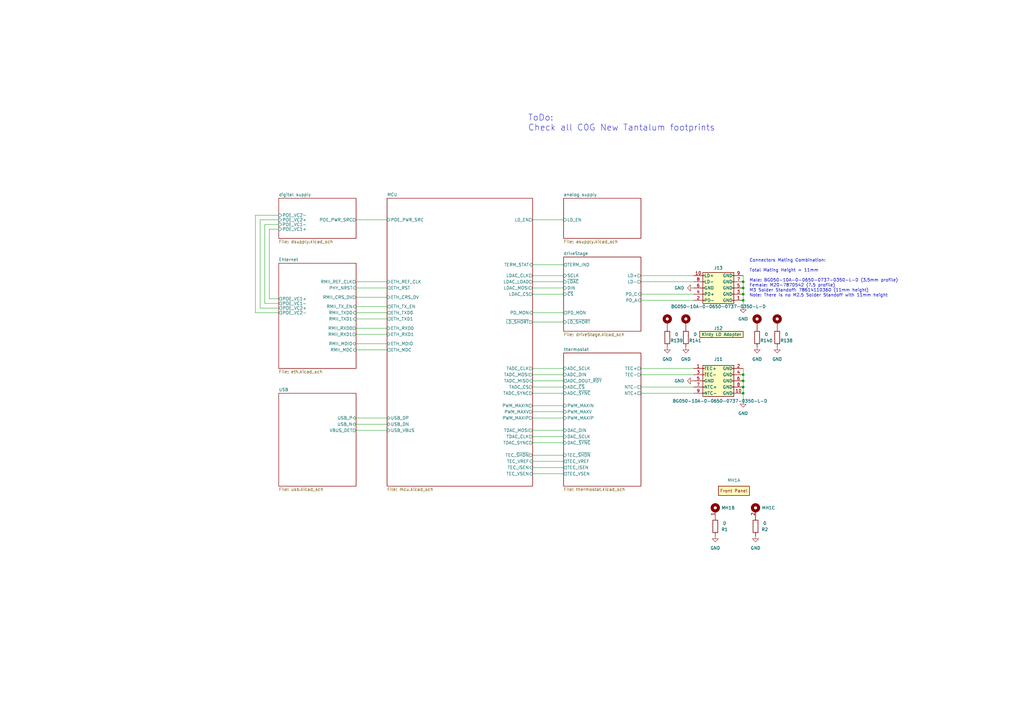
<source format=kicad_sch>
(kicad_sch (version 20230121) (generator eeschema)
  (paper "A3")
  (title_block (title "Kirdy") (date "2023-11-09") (rev "r0_3") (company "M-Labs Limited") (comment 1 "Linus Woo Chun Kit"))
  (lib_symbols
    (symbol "Device:R" (pin_numbers hide) (pin_names (offset 0))
      (property "Reference" "R" (at 2.032 0 90))
      (property "Value" "R" (at 0 0 90))
      (symbol "R_0_1"
        (rectangle (start -1.016 -2.54) (end 1.016 2.54) (stroke (width 0.254)))
      )
      (symbol "R_1_1"
        (pin passive line (at 0 3.81 270) (length 1.27) (name "~") (number "1"))
        (pin passive line (at 0 -3.81 90) (length 1.27) (name "~") (number "2"))
      )
    )
    (symbol "Mechanical:MountingHole_Pad" (pin_numbers hide) (pin_names (offset 1.016) hide)
      (property "Reference" "H" (at 0 6.35 0))
      (property "Value" "MountingHole_Pad" (at 0 4.445 0))
      (symbol "MountingHole_Pad_0_1"
        (circle (center 0 1.27) (radius 1.27) (stroke (width 1.27)))
      )
      (symbol "MountingHole_Pad_1_1"
        (pin input line (at 0 -2.54 90) (length 2.54) (name "1") (number "1"))
      )
    )
    (symbol "Panel_1"
      (property "Reference" "MH" (at 1.27 3.175 0))
      (symbol "Panel_1_1_1"
        (rectangle (start 0 0) (end 12.7 -3.81) (stroke (width 0.254)) (fill (type background)))
        (text "Front Panel" (at 6.35 -1.905 0) (effects (font (size 1.27 1.27))))
      )
      (symbol "Panel_1_2_1"
        (circle (center 0 0) (radius 1.27) (stroke (width 1.27)))
        (pin input line (at 3.81 0 180) (length 2.54) (name "") (number "1"))
      )
      (symbol "Panel_1_3_1"
        (circle (center 0 0) (radius 1.27) (stroke (width 1.27)))
        (pin input line (at 3.81 0 180) (length 2.54) (name "") (number "2"))
      )
    )
    (symbol "kirdy:Kirdy_Adapter_HDR1"
      (property "Reference" "J" (at 5.08 2.54 0))
      (property "Value" "BG050-10A-0-0650-0737-0350-L-D" (at 10.16 -12.7 0))
      (symbol "Kirdy_Adapter_HDR1_1_1"
        (rectangle (start 3.81 -10.033) (end 4.445 -10.287) (stroke (width 0.1524)))
        (rectangle (start 3.81 -7.493) (end 4.445 -7.747) (stroke (width 0.1524)))
        (rectangle (start 3.81 -4.953) (end 4.445 -5.207) (stroke (width 0.1524)))
        (rectangle (start 3.81 -2.413) (end 4.445 -2.667) (stroke (width 0.1524)))
        (rectangle (start 3.81 0.127) (end 4.445 -0.127) (stroke (width 0.1524)))
        (rectangle (start 3.81 1.27) (end 16.51 -11.43) (stroke (width 0.254)) (fill (type background)))
        (rectangle (start 15.875 -10.033) (end 16.51 -10.287) (stroke (width 0.1524)))
        (rectangle (start 15.875 -7.493) (end 16.51 -7.747) (stroke (width 0.1524)))
        (rectangle (start 15.875 -4.953) (end 16.51 -5.207) (stroke (width 0.1524)))
        (rectangle (start 15.875 -2.413) (end 16.51 -2.667) (stroke (width 0.1524)))
        (rectangle (start 15.875 0.127) (end 16.51 -0.127) (stroke (width 0.1524)))
        (pin passive line (at 0 0 0) (length 3.81) (name "TEC+") (number "1"))
        (pin passive line (at 20.32 -10.16 180) (length 3.81) (name "GND") (number "10"))
        (pin passive line (at 20.32 0 180) (length 3.81) (name "GND") (number "2"))
        (pin passive line (at 0 -2.54 0) (length 3.81) (name "TEC-") (number "3"))
        (pin passive line (at 20.32 -2.54 180) (length 3.81) (name "GND") (number "4"))
        (pin passive line (at 0 -5.08 0) (length 3.81) (name "GND") (number "5"))
        (pin passive line (at 20.32 -5.08 180) (length 3.81) (name "GND") (number "6"))
        (pin passive line (at 0 -7.62 0) (length 3.81) (name "NTC+") (number "7"))
        (pin passive line (at 20.32 -7.62 180) (length 3.81) (name "GND") (number "8"))
        (pin passive line (at 0 -10.16 0) (length 3.81) (name "NTC-") (number "9"))
      )
    )
    (symbol "kirdy:Kirdy_Adapter_HDR2"
      (property "Reference" "J" (at 5.08 2.54 0))
      (property "Value" "BG050-10A-0-0650-0737-0350-L-D" (at 10.16 -12.7 0))
      (symbol "Kirdy_Adapter_HDR2_1_1"
        (rectangle (start 3.81 -10.033) (end 4.445 -10.287) (stroke (width 0.1524)))
        (rectangle (start 3.81 -7.493) (end 4.445 -7.747) (stroke (width 0.1524)))
        (rectangle (start 3.81 -4.953) (end 4.445 -5.207) (stroke (width 0.1524)))
        (rectangle (start 3.81 -2.413) (end 4.445 -2.667) (stroke (width 0.1524)))
        (rectangle (start 3.81 0.127) (end 4.445 -0.127) (stroke (width 0.1524)))
        (rectangle (start 3.81 1.27) (end 16.51 -11.43) (stroke (width 0.254)) (fill (type background)))
        (rectangle (start 15.875 -10.033) (end 16.51 -10.287) (stroke (width 0.1524)))
        (rectangle (start 15.875 -7.493) (end 16.51 -7.747) (stroke (width 0.1524)))
        (rectangle (start 15.875 -4.953) (end 16.51 -5.207) (stroke (width 0.1524)))
        (rectangle (start 15.875 -2.413) (end 16.51 -2.667) (stroke (width 0.1524)))
        (rectangle (start 15.875 0.127) (end 16.51 -0.127) (stroke (width 0.1524)))
        (pin passive line (at 0 0 0) (length 3.81) (name "GND") (number "1"))
        (pin passive line (at 20.32 -10.16 180) (length 3.81) (name "LD+") (number "10"))
        (pin passive line (at 20.32 0 180) (length 3.81) (name "PD-") (number "2"))
        (pin passive line (at 0 -2.54 0) (length 3.81) (name "GND") (number "3"))
        (pin passive line (at 20.32 -2.54 180) (length 3.81) (name "PD+") (number "4"))
        (pin passive line (at 0 -5.08 0) (length 3.81) (name "GND") (number "5"))
        (pin passive line (at 20.32 -5.08 180) (length 3.81) (name "GND") (number "6"))
        (pin passive line (at 0 -7.62 0) (length 3.81) (name "GND") (number "7"))
        (pin passive line (at 20.32 -7.62 180) (length 3.81) (name "LD-") (number "8"))
        (pin passive line (at 0 -10.16 0) (length 3.81) (name "GND") (number "9"))
      )
    )
    (symbol "kirdy:Kirdy_LD_Adapter" (pin_names (offset 1.016) hide)
      (property "Reference" "J" (at -6.35 2.54 0))
      (property "Value" "Kirdy_LD_Adapter" (at 1.27 0 0))
      (symbol "Kirdy_LD_Adapter_1_1"
        (rectangle (start -7.62 1.27) (end 10.16 -1.27) (stroke (width 0.254)) (fill (type background)))
      )
    )
    (symbol "kirdy:Panel"
      (property "Reference" "MH" (at 1.27 3.175 0))
      (symbol "Panel_1_1"
        (rectangle (start 0 0) (end 12.7 -3.81) (stroke (width 0.254)) (fill (type background)))
        (text "Front Panel" (at 6.35 -1.905 0) (effects (font (size 1.27 1.27))))
      )
      (symbol "Panel_2_1"
        (circle (center 0 0) (radius 1.27) (stroke (width 1.27)))
        (pin input line (at 3.81 0 180) (length 2.54) (name "") (number "1"))
      )
      (symbol "Panel_3_1"
        (circle (center 0 0) (radius 1.27) (stroke (width 1.27)))
        (pin input line (at 3.81 0 180) (length 2.54) (name "") (number "2"))
      )
    )
    (symbol "power:GND" (power) (pin_names (offset 0))
      (property "Value" "GND" (at 0 -3.81 0))
      (symbol "GND_0_1"
        (polyline (pts (xy 0 0) (xy 0 -1.27) (xy 1.27 -1.27) (xy 0 -2.54) (xy -1.27 -1.27) (xy 0 -1.27)))
      )
      (symbol "GND_1_1"
        (pin power_in line (at 0 0 270) (length 0) hide (name "GND") (number "1"))
      )
    )
  )
  (junction (at 304.8 118.11))
  (junction (at 304.8 153.67))
  (junction (at 304.8 158.75))
  (junction (at 304.8 161.29))
  (junction (at 304.8 120.65))
  (junction (at 304.8 123.19))
  (junction (at 304.8 115.57))
  (junction (at 304.8 156.21))
  (wire (pts (xy 304.8 153.67) (xy 304.8 156.21)))
  (wire (pts (xy 146.05 176.53) (xy 158.75 176.53)))
  (wire (pts (xy 108.585 92.075) (xy 108.585 124.46)))
  (wire (pts (xy 218.44 168.91) (xy 231.14 168.91)))
  (wire (pts (xy 106.68 126.365) (xy 106.68 90.17)))
  (wire (pts (xy 218.44 176.53) (xy 231.14 176.53)))
  (wire (pts (xy 304.8 151.13) (xy 304.8 153.67)))
  (wire (pts (xy 146.05 125.73) (xy 158.75 125.73)))
  (wire (pts (xy 304.8 115.57) (xy 304.8 118.11)))
  (wire (pts (xy 262.89 123.19) (xy 284.48 123.19)))
  (wire (pts (xy 114.3 122.555) (xy 110.49 122.555)))
  (wire (pts (xy 218.44 151.13) (xy 231.14 151.13)))
  (wire (pts (xy 146.05 173.99) (xy 158.75 173.99)))
  (wire (pts (xy 218.44 161.29) (xy 231.14 161.29)))
  (wire (pts (xy 146.05 115.57) (xy 158.75 115.57)))
  (wire (pts (xy 218.44 90.17) (xy 231.14 90.17)))
  (wire (pts (xy 218.44 171.45) (xy 231.14 171.45)))
  (wire (pts (xy 146.05 140.97) (xy 158.75 140.97)))
  (wire (pts (xy 218.44 194.31) (xy 231.14 194.31)))
  (wire (pts (xy 218.44 166.37) (xy 231.14 166.37)))
  (wire (pts (xy 218.44 189.23) (xy 231.14 189.23)))
  (wire (pts (xy 218.44 179.07) (xy 231.14 179.07)))
  (wire (pts (xy 262.89 161.29) (xy 284.48 161.29)))
  (wire (pts (xy 146.05 121.92) (xy 158.75 121.92)))
  (wire (pts (xy 146.05 171.45) (xy 158.75 171.45)))
  (wire (pts (xy 304.8 120.65) (xy 304.8 123.19)))
  (wire (pts (xy 262.89 113.03) (xy 284.48 113.03)))
  (wire (pts (xy 146.05 90.17) (xy 158.75 90.17)))
  (wire (pts (xy 114.3 92.075) (xy 108.585 92.075)))
  (wire (pts (xy 110.49 93.98) (xy 114.3 93.98)))
  (wire (pts (xy 304.8 156.21) (xy 304.8 158.75)))
  (wire (pts (xy 106.68 90.17) (xy 114.3 90.17)))
  (wire (pts (xy 110.49 122.555) (xy 110.49 93.98)))
  (wire (pts (xy 304.8 158.75) (xy 304.8 161.29)))
  (wire (pts (xy 114.3 88.265) (xy 104.775 88.265)))
  (wire (pts (xy 304.8 123.19) (xy 304.8 125.73)))
  (wire (pts (xy 146.05 130.81) (xy 158.75 130.81)))
  (wire (pts (xy 218.44 115.57) (xy 231.14 115.57)))
  (wire (pts (xy 262.89 120.65) (xy 284.48 120.65)))
  (wire (pts (xy 146.05 118.11) (xy 158.75 118.11)))
  (wire (pts (xy 114.3 126.365) (xy 106.68 126.365)))
  (wire (pts (xy 146.05 128.27) (xy 158.75 128.27)))
  (wire (pts (xy 304.8 161.29) (xy 304.8 164.465)))
  (wire (pts (xy 262.89 158.75) (xy 284.48 158.75)))
  (wire (pts (xy 104.775 88.265) (xy 104.775 128.27)))
  (wire (pts (xy 218.44 132.08) (xy 231.14 132.08)))
  (wire (pts (xy 146.05 134.62) (xy 158.75 134.62)))
  (wire (pts (xy 218.44 118.11) (xy 231.14 118.11)))
  (wire (pts (xy 304.8 113.03) (xy 304.8 115.57)))
  (wire (pts (xy 218.44 156.21) (xy 231.14 156.21)))
  (wire (pts (xy 304.8 118.11) (xy 304.8 120.65)))
  (wire (pts (xy 218.44 128.27) (xy 231.14 128.27)))
  (wire (pts (xy 218.44 186.69) (xy 231.14 186.69)))
  (wire (pts (xy 218.44 153.67) (xy 231.14 153.67)))
  (wire (pts (xy 218.44 108.585) (xy 231.14 108.585)))
  (wire (pts (xy 218.44 181.61) (xy 231.14 181.61)))
  (wire (pts (xy 218.44 158.75) (xy 231.14 158.75)))
  (wire (pts (xy 218.44 120.65) (xy 231.14 120.65)))
  (wire (pts (xy 262.89 151.13) (xy 284.48 151.13)))
  (wire (pts (xy 262.89 153.67) (xy 284.48 153.67)))
  (wire (pts (xy 108.585 124.46) (xy 114.3 124.46)))
  (wire (pts (xy 146.05 143.51) (xy 158.75 143.51)))
  (wire (pts (xy 262.89 115.57) (xy 284.48 115.57)))
  (wire (pts (xy 104.775 128.27) (xy 114.3 128.27)))
  (wire (pts (xy 218.44 191.77) (xy 231.14 191.77)))
  (wire (pts (xy 218.44 113.03) (xy 231.14 113.03)))
  (wire (pts (xy 146.05 137.16) (xy 158.75 137.16)))
  (text "ToDo:\nCheck all C0G New Tantalum footprints" (at 216.535 53.975 0) (effects (font (size 2.54 2.54)) (justify left bottom)))
  (text "Connectors Mating Combination:\n\nTotal Mating Height = 11mm\n\nMale: BG050-10A-0-0650-0737-0350-L-D (3.5mm profile) \nFemale: M20-7870542 (7.5 profile) \nM3 Solder Standoff: 78614110360 (11mm height)\nNote: There is no M2.5 Solder Standoff with 11mm height" (at 307.34 121.92 0) (effects (font (size 1.27 1.27)) (justify left bottom)))
  (symbol (lib_id "power:GND") (at 309.88 219.71 0) (unit 1)
    (property "Reference" "#PWR06" (effects hide))
    (property "Value" "GND" (at 309.88 224.79 0))
  )
  (symbol (lib_id "Device:R") (at 281.305 138.43 180) (unit 1)
    (property "Reference" "R141" (at 285.115 139.7 0))
    (property "Value" "0" (at 285.115 137.16 0))
    (property "Footprint" "Resistor_SMD:R_0603_1608Metric" (effects hide))
    (property "MFR_PN" "RMCF0603ZT0R00" (effects hide))
    (property "MFR_PN_ALT" "CR0603-J/-000ELF" (effects hide))
  )
  (symbol (lib_id "Device:R") (at 293.37 215.9 180) (unit 1)
    (property "Reference" "R1" (at 297.18 217.17 0))
    (property "Value" "0" (at 297.18 214.63 0))
    (property "Footprint" "Resistor_SMD:R_0603_1608Metric" (effects hide))
    (property "MFR_PN" "RMCF0603ZT0R00" (effects hide))
    (property "MFR_PN_ALT" "CR0603-J/-000ELF" (effects hide))
  )
  (symbol (lib_id "kirdy:Kirdy_LD_Adapter") (at 294.64 137.16 0) (unit 1)
    (property "Reference" "J12" (at 294.64 134.62 0))
    (property "Value" "Kirdy LD Adapter" (at 295.91 137.16 0))
    (property "Footprint" "kirdy:Kirdy_LD_Adapter" (effects hide))
    (property "MFR_PN" "Kirdy_LD_Adapter_PCB" (effects hide))
  )
  (symbol (lib_id "kirdy:Panel") (at 309.88 208.28 270) (unit 3)
    (property "Reference" "MH1" (at 312.42 208.28 90) (effects (justify left)))
    (property "Value" "Kirdy Front Panel" (effects hide))
    (property "Footprint" "kirdy:Panel" (effects hide))
    (property "MFR_PN" "Kirdy Front Panel" (effects hide))
  )
  (symbol (lib_id "kirdy:Kirdy_Adapter_HDR2") (at 304.8 123.19 180) (unit 1)
    (property "Reference" "J13" (at 294.64 109.855 0))
    (property "Value" "BG050-10A-0-0650-0737-0350-L-D" (at 294.64 125.73 0))
    (property "Footprint" "kirdy:BG050-10A-0-0650-0737-0350-L-D" (effects hide))
    (property "MFR_PN" "BG050-10A-0-0650-0737-0350-L-D" (effects hide))
  )
  (symbol (lib_name "Panel_1") (lib_id "kirdy:Panel") (at 294.64 199.39 0) (unit 1)
    (property "Reference" "MH1" (at 300.99 196.977 0))
    (property "Value" "Kirdy Front Panel" (effects hide))
    (property "Footprint" "kirdy:Panel" (effects hide))
    (property "MFR_PN" "Kirdy Front Panel" (effects hide))
  )
  (symbol (lib_id "power:GND") (at 304.8 125.73 0) (unit 1)
    (property "Reference" "#PWR05" (effects hide))
    (property "Value" "GND" (at 304.8 130.81 0))
  )
  (symbol (lib_id "Mechanical:MountingHole_Pad") (at 310.515 132.08 0) (unit 1)
    (property "Reference" "H4" (effects hide))
    (property "Value" "78614110360" (effects hide))
    (property "Footprint" "Mounting_Wuerth:Mounting_Wuerth_WA-SMSI-M3_H11mm_9774110360" (effects hide))
    (property "MFR_PN" "78614110360" (effects hide))
    (property "MFT_PN_ALT" "9774110360R" (effects hide))
  )
  (symbol (lib_id "power:GND") (at 284.48 118.11 270) (unit 1)
    (property "Reference" "#PWR04" (effects hide))
    (property "Value" "GND" (at 280.67 118.11 90) (effects (justify right)))
  )
  (symbol (lib_id "Mechanical:MountingHole_Pad") (at 273.685 132.08 0) (unit 1)
    (property "Reference" "H1" (effects hide))
    (property "Value" "78614110360" (effects hide))
    (property "Footprint" "Mounting_Wuerth:Mounting_Wuerth_WA-SMSI-M3_H11mm_9774110360" (effects hide))
    (property "Datasheet" "~" (at 273.685 132.08 0))
    (property "MFR_PN" "78614110360" (effects hide))
    (property "MFR_PN_ALT" "9774110360R" (effects hide))
  )
  (symbol (lib_id "Device:R") (at 310.515 138.43 180) (unit 1)
    (property "Reference" "R140" (at 314.325 139.7 0))
    (property "Value" "0" (at 314.325 137.16 0))
    (property "Footprint" "Resistor_SMD:R_0603_1608Metric" (effects hide))
    (property "MFR_PN" "RMCF0603ZT0R00" (effects hide))
    (property "MFR_PN_ALT" "CR0603-J/-000ELF" (effects hide))
  )
  (symbol (lib_id "power:GND") (at 281.305 142.24 0) (unit 1)
    (property "Reference" "#PWR0229" (effects hide))
    (property "Value" "GND" (at 281.305 147.32 0))
  )
  (symbol (lib_id "power:GND") (at 273.685 142.24 0) (unit 1)
    (property "Reference" "#PWR0227" (effects hide))
    (property "Value" "GND" (at 273.685 147.32 0))
  )
  (symbol (lib_id "Mechanical:MountingHole_Pad") (at 318.77 132.08 0) (unit 1)
    (property "Reference" "H2" (effects hide))
    (property "Value" "78614110360" (effects hide))
    (property "Footprint" "Mounting_Wuerth:Mounting_Wuerth_WA-SMSI-M3_H11mm_9774110360" (effects hide))
    (property "MFR_PN" "78614110360" (effects hide))
    (property "MFR_PN_ALT" "9774110360R" (effects hide))
  )
  (symbol (lib_id "Mechanical:MountingHole_Pad") (at 281.305 132.08 0) (unit 1)
    (property "Reference" "H3" (effects hide))
    (property "Value" "78614110360" (effects hide))
    (property "Footprint" "Mounting_Wuerth:Mounting_Wuerth_WA-SMSI-M3_H11mm_9774110360" (effects hide))
    (property "MFR_PN" "78614110360" (effects hide))
    (property "MFR_PN_ALT" "9774110360R" (effects hide))
  )
  (symbol (lib_id "power:GND") (at 318.77 142.24 0) (unit 1)
    (property "Reference" "#PWR0226" (effects hide))
    (property "Value" "GND" (at 318.77 147.32 0))
  )
  (symbol (lib_id "Device:R") (at 318.77 138.43 180) (unit 1)
    (property "Reference" "R138" (at 322.58 139.7 0))
    (property "Value" "0" (at 322.58 137.16 0))
    (property "Footprint" "Resistor_SMD:R_0603_1608Metric" (effects hide))
    (property "MFR_PN" "RMCF0603ZT0R00" (effects hide))
    (property "MFR_PN_ALT" "CR0603-J/-000ELF" (effects hide))
  )
  (symbol (lib_id "power:GND") (at 293.37 219.71 0) (unit 1)
    (property "Reference" "#PWR03" (effects hide))
    (property "Value" "GND" (at 293.37 224.79 0))
  )
  (symbol (lib_id "power:GND") (at 284.48 156.21 270) (unit 1)
    (property "Reference" "#PWR02" (effects hide))
    (property "Value" "GND" (at 280.67 156.21 90) (effects (justify right)))
  )
  (symbol (lib_id "Device:R") (at 273.685 138.43 180) (unit 1)
    (property "Reference" "R139" (at 277.495 139.7 0))
    (property "Value" "0" (at 277.495 137.16 0))
    (property "Footprint" "Resistor_SMD:R_0603_1608Metric" (effects hide))
    (property "MFR_PN" "RMCF0603ZT0R00" (effects hide))
    (property "MFR_PN_ALT" "CR0603-J/-000ELF" (effects hide))
  )
  (symbol (lib_id "kirdy:Panel") (at 293.37 208.28 270) (unit 2)
    (property "Reference" "MH1" (at 295.91 208.28 90) (effects (justify left)))
    (property "Value" "Kirdy Front Panel" (effects hide))
    (property "Footprint" "kirdy:Panel" (effects hide))
    (property "MFR_PN" "Kirdy Front Panel" (effects hide))
  )
  (symbol (lib_id "kirdy:Kirdy_Adapter_HDR1") (at 284.48 151.13 0) (unit 1)
    (property "Reference" "J11" (at 294.64 147.32 0))
    (property "Value" "BG050-10A-0-0650-0737-0350-L-D" (at 295.275 164.465 0))
    (property "Footprint" "kirdy:BG050-10A-0-0650-0737-0350-L-D" (effects hide))
    (property "MFR_PN" "BG050-10A-0-0650-0737-0350-L-D" (effects hide))
  )
  (symbol (lib_id "power:GND") (at 304.8 164.465 0) (unit 1)
    (property "Reference" "#PWR01" (effects hide))
    (property "Value" "GND" (at 304.8 169.545 0))
  )
  (symbol (lib_id "power:GND") (at 310.515 142.24 0) (unit 1)
    (property "Reference" "#PWR0228" (effects hide))
    (property "Value" "GND" (at 310.515 147.32 0))
  )
  (symbol (lib_id "Device:R") (at 309.88 215.9 180) (unit 1)
    (property "Reference" "R2" (at 313.69 217.17 0))
    (property "Value" "0" (at 313.69 214.63 0))
    (property "Footprint" "Resistor_SMD:R_0603_1608Metric" (effects hide))
    (property "MFR_PN" "RMCF0603ZT0R00" (effects hide))
    (property "MFR_PN_ALT" "CR0603-J/-000ELF" (effects hide))
  )
  (sheet (at 114.3 107.95) (size 31.75 43.18) (stroke (width 0.1524))
    (property "Sheetname" "Ehternet" (at 114.3 107.2384 0) (effects (justify left bottom)))
    (property "Sheetfile" "eth.kicad_sch" (at 114.3 151.7146 0) (effects (justify left top)))
    (pin "RMII_MDIO" bidirectional (at 146.05 140.97 0))
    (pin "PHY_NRST" input (at 146.05 118.11 0))
    (pin "RMII_MDC" input (at 146.05 143.51 0))
    (pin "RMII_CRS_DV" output (at 146.05 121.92 0))
    (pin "RMII_TX_EN" input (at 146.05 125.73 0))
    (pin "RMII_TXD0" input (at 146.05 128.27 0))
    (pin "RMII_TXD1" input (at 146.05 130.81 0))
    (pin "RMII_RXD0" output (at 146.05 134.62 0))
    (pin "RMII_RXD1" output (at 146.05 137.16 0))
    (pin "RMII_REF_CLK" output (at 146.05 115.57 0))
    (pin "POE_VC1+" output (at 114.3 122.555 180))
    (pin "POE_VC1-" output (at 114.3 124.46 180))
    (pin "POE_VC2+" output (at 114.3 126.365 180))
    (pin "POE_VC2-" output (at 114.3 128.27 180))
  )
  (sheet (at 114.3 161.29) (size 31.75 38.1) (stroke (width 0.1524))
    (property "Sheetname" "USB" (at 114.3 160.5784 0) (effects (justify left bottom)))
    (property "Sheetfile" "usb.kicad_sch" (at 114.3 199.9746 0) (effects (justify left top)))
    (pin "USB_N" bidirectional (at 146.05 173.99 0))
    (pin "USB_P" bidirectional (at 146.05 171.45 0))
    (pin "VBUS_DET" output (at 146.05 176.53 0))
  )
  (sheet (at 231.14 105.41) (size 31.75 30.48) (stroke (width 0.1524))
    (property "Sheetname" "driveStage" (at 231.14 104.6984 0) (effects (justify left bottom)))
    (property "Sheetfile" "driveStage.kicad_sch" (at 231.14 136.4746 0) (effects (justify left top)))
    (pin "LD-" output (at 262.89 115.57 0))
    (pin "LD+" output (at 262.89 113.03 0))
    (pin "SCLK" input (at 231.14 113.03 180))
    (pin "DIN" input (at 231.14 118.11 180))
    (pin "~{LDAC}" input (at 231.14 115.57 180))
    (pin "~{CS}" input (at 231.14 120.65 180))
    (pin "PD_A" input (at 262.89 123.19 0))
    (pin "PD_C" input (at 262.89 120.65 0))
    (pin "PD_MON" output (at 231.14 128.27 180))
    (pin "~{LD_SHORT}" input (at 231.14 132.08 180))
    (pin "TERM_IND" output (at 231.14 108.585 180))
  )
  (sheet (at 114.3 81.28) (size 31.75 16.51) (stroke (width 0.1524))
    (property "Sheetname" "digital supply" (at 114.3 80.5684 0) (effects (justify left bottom)))
    (property "Sheetfile" "dsupply.kicad_sch" (at 114.3 98.3746 0) (effects (justify left top)))
    (pin "POE_PWR_SRC" output (at 146.05 90.17 0))
    (pin "POE_VC1-" input (at 114.3 92.075 180))
    (pin "POE_VC2-" input (at 114.3 88.265 180))
    (pin "POE_VC1+" input (at 114.3 93.98 180))
    (pin "POE_VC2+" input (at 114.3 90.17 180))
  )
  (sheet (at 231.14 144.78) (size 31.75 54.61) (stroke (width 0.1524))
    (property "Sheetname" "thermostat" (at 231.14 144.0684 0) (effects (justify left bottom)))
    (property "Sheetfile" "thermostat.kicad_sch" (at 231.14 199.9746 0) (effects (justify left top)))
    (pin "TEC-" output (at 262.89 153.67 0))
    (pin "TEC+" output (at 262.89 151.13 0))
    (pin "NTC-" passive (at 262.89 158.75 0))
    (pin "NTC+" passive (at 262.89 161.29 0))
    (pin "DAC_~{SYNC}" input (at 231.14 181.61 180))
    (pin "DAC_SCLK" input (at 231.14 179.07 180))
    (pin "DAC_DIN" input (at 231.14 176.53 180))
    (pin "PWM_MAXV" input (at 231.14 168.91 180))
    (pin "ADC_SCLK" input (at 231.14 151.13 180))
    (pin "ADC_DIN" input (at 231.14 153.67 180))
    (pin "ADC_DOUT_~{RDY}" output (at 231.14 156.21 180))
    (pin "ADC_~{CS}" input (at 231.14 158.75 180))
    (pin "ADC_~{SYNC}" input (at 231.14 161.29 180))
    (pin "PWM_MAXIN" input (at 231.14 166.37 180))
    (pin "PWM_MAXIP" input (at 231.14 171.45 180))
    (pin "TEC_~{SHDN}" input (at 231.14 186.69 180))
    (pin "TEC_ISEN" output (at 231.14 191.77 180))
    (pin "TEC_VREF" output (at 231.14 189.23 180))
    (pin "TEC_VSEN" output (at 231.14 194.31 180))
  )
  (sheet (at 231.14 81.28) (size 31.75 16.51) (stroke (width 0.1524))
    (property "Sheetname" "analog supply" (at 231.14 80.5684 0) (effects (justify left bottom)))
    (property "Sheetfile" "asupply.kicad_sch" (at 231.14 98.3746 0) (effects (justify left top)))
    (pin "LD_EN" input (at 231.14 90.17 180))
  )
  (sheet (at 158.75 81.28) (size 59.69 118.11) (stroke (width 0.1524))
    (property "Sheetname" "MCU" (at 158.75 80.5684 0) (effects (justify left bottom)))
    (property "Sheetfile" "mcu.kicad_sch" (at 158.75 199.9746 0) (effects (justify left top)))
    (pin "ETH_RST" output (at 158.75 118.11 180))
    (pin "ETH_MDIO" bidirectional (at 158.75 140.97 180))
    (pin "PD_MON" input (at 218.44 128.27 0))
    (pin "TEC_~{SHDN}" output (at 218.44 186.69 0))
    (pin "TEC_VREF" input (at 218.44 189.23 0))
    (pin "ETH_CRS_DV" input (at 158.75 121.92 180))
    (pin "USB_VBUS" input (at 158.75 176.53 180))
    (pin "TEC_ISEN" input (at 218.44 191.77 0))
    (pin "TEC_VSEN" input (at 218.44 194.31 0))
    (pin "USB_DP" bidirectional (at 158.75 171.45 180))
    (pin "USB_DN" bidirectional (at 158.75 173.99 180))
    (pin "TADC_CS" output (at 218.44 158.75 0))
    (pin "LDAC_CLK" output (at 218.44 113.03 0))
    (pin "ETH_TX_EN" output (at 158.75 125.73 180))
    (pin "ETH_TXD0" output (at 158.75 128.27 180))
    (pin "ETH_TXD1" output (at 158.75 130.81 180))
    (pin "LDAC_LOAD" output (at 218.44 115.57 0))
    (pin "POE_PWR_SRC" input (at 158.75 90.17 180))
    (pin "ETH_RXD0" input (at 158.75 134.62 180))
    (pin "ETH_RXD1" input (at 158.75 137.16 180))
    (pin "LDAC_MOSI" output (at 218.44 118.11 0))
    (pin "TADC_MOSI" output (at 218.44 153.67 0))
    (pin "TADC_MISO" input (at 218.44 156.21 0))
    (pin "PWM_MAXIP" output (at 218.44 171.45 0))
    (pin "ETH_MDC" output (at 158.75 143.51 180))
    (pin "LDAC_CS" output (at 218.44 120.65 0))
    (pin "TADC_SYNC" output (at 218.44 161.29 0))
    (pin "TDAC_CLK" output (at 218.44 179.07 0))
    (pin "TDAC_SYNC" output (at 218.44 181.61 0))
    (pin "TDAC_MOSI" output (at 218.44 176.53 0))
    (pin "PWM_MAXIN" output (at 218.44 166.37 0))
    (pin "PWM_MAXV" output (at 218.44 168.91 0))
    (pin "TADC_CLK" output (at 218.44 151.13 0))
    (pin "ETH_REF_CLK" input (at 158.75 115.57 180))
    (pin "LD_EN" output (at 218.44 90.17 0))
    (pin "~{LD_SHORT}" output (at 218.44 132.08 0))
    (pin "TERM_STAT" input (at 218.44 108.585 0))
  )
)
</source>
